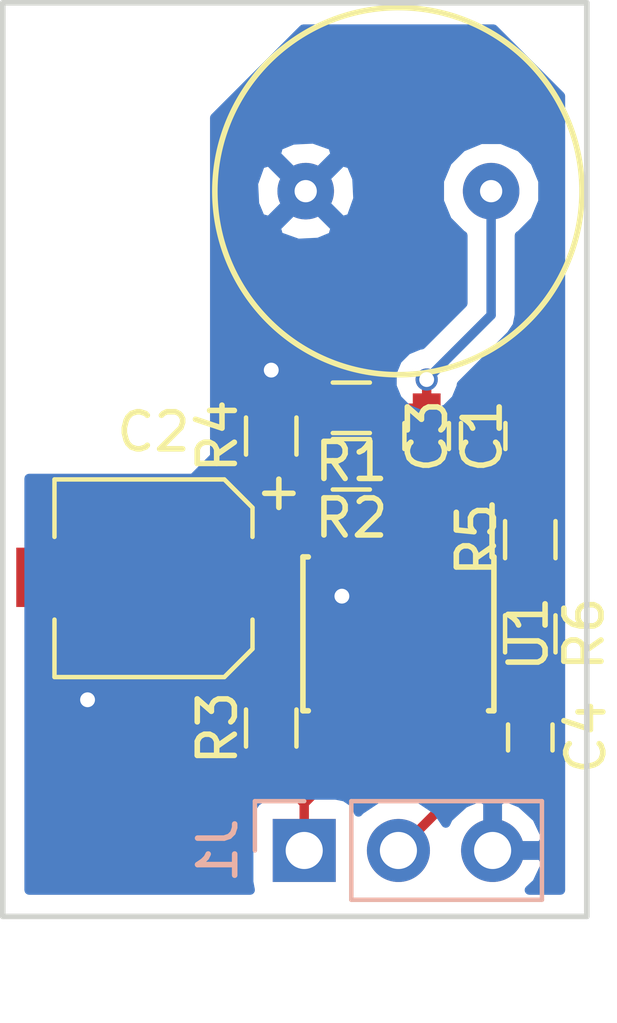
<source format=kicad_pcb>
(kicad_pcb (version 4) (host pcbnew 4.0.7)

  (general
    (links 21)
    (no_connects 1)
    (area 138.100999 78.664999 153.999001 103.453001)
    (thickness 1.6)
    (drawings 4)
    (tracks 56)
    (zones 0)
    (modules 13)
    (nets 10)
  )

  (page A4)
  (layers
    (0 F.Cu signal)
    (31 B.Cu signal)
    (32 B.Adhes user)
    (33 F.Adhes user)
    (34 B.Paste user)
    (35 F.Paste user)
    (36 B.SilkS user)
    (37 F.SilkS user)
    (38 B.Mask user)
    (39 F.Mask user)
    (40 Dwgs.User user)
    (41 Cmts.User user)
    (42 Eco1.User user)
    (43 Eco2.User user)
    (44 Edge.Cuts user)
    (45 Margin user)
    (46 B.CrtYd user)
    (47 F.CrtYd user)
    (48 B.Fab user)
    (49 F.Fab user)
  )

  (setup
    (last_trace_width 0.254)
    (trace_clearance 0.2)
    (zone_clearance 0.508)
    (zone_45_only no)
    (trace_min 0.2)
    (segment_width 0.2)
    (edge_width 0.15)
    (via_size 0.6)
    (via_drill 0.4)
    (via_min_size 0.4)
    (via_min_drill 0.3)
    (uvia_size 0.3)
    (uvia_drill 0.1)
    (uvias_allowed no)
    (uvia_min_size 0.2)
    (uvia_min_drill 0.1)
    (pcb_text_width 0.3)
    (pcb_text_size 1.5 1.5)
    (mod_edge_width 0.15)
    (mod_text_size 1 1)
    (mod_text_width 0.15)
    (pad_size 1.524 1.524)
    (pad_drill 0.762)
    (pad_to_mask_clearance 0.2)
    (aux_axis_origin 0 0)
    (visible_elements 7FFEFFFF)
    (pcbplotparams
      (layerselection 0x00030_80000001)
      (usegerberextensions false)
      (excludeedgelayer true)
      (linewidth 0.100000)
      (plotframeref false)
      (viasonmask false)
      (mode 1)
      (useauxorigin false)
      (hpglpennumber 1)
      (hpglpenspeed 20)
      (hpglpendiameter 15)
      (hpglpenoverlay 2)
      (psnegative false)
      (psa4output false)
      (plotreference true)
      (plotvalue true)
      (plotinvisibletext false)
      (padsonsilk false)
      (subtractmaskfromsilk false)
      (outputformat 1)
      (mirror false)
      (drillshape 1)
      (scaleselection 1)
      (outputdirectory ""))
  )

  (net 0 "")
  (net 1 "Net-(C1-Pad2)")
  (net 2 "Net-(C1-Pad1)")
  (net 3 "Net-(C2-Pad1)")
  (net 4 GND)
  (net 5 "Net-(C3-Pad1)")
  (net 6 "Net-(C4-Pad1)")
  (net 7 VCC)
  (net 8 "Net-(R5-Pad1)")
  (net 9 /mic_preamp_a/SignalOut)

  (net_class Default "This is the default net class."
    (clearance 0.2)
    (trace_width 0.254)
    (via_dia 0.6)
    (via_drill 0.4)
    (uvia_dia 0.3)
    (uvia_drill 0.1)
    (add_net /mic_preamp_a/SignalOut)
    (add_net GND)
    (add_net "Net-(C1-Pad1)")
    (add_net "Net-(C1-Pad2)")
    (add_net "Net-(C2-Pad1)")
    (add_net "Net-(C3-Pad1)")
    (add_net "Net-(C4-Pad1)")
    (add_net "Net-(R5-Pad1)")
    (add_net VCC)
  )

  (module Capacitors_SMD:CP_Elec_5x5.3 (layer F.Cu) (tedit 58AA8A8F) (tstamp 5A575DF6)
    (at 142.24 94.234 180)
    (descr "SMT capacitor, aluminium electrolytic, 5x5.3")
    (path /5A5758E8/5A575A2E)
    (attr smd)
    (fp_text reference C2 (at 0 3.92 180) (layer F.SilkS)
      (effects (font (size 1 1) (thickness 0.15)))
    )
    (fp_text value 10u (at 0 -3.92 180) (layer F.Fab)
      (effects (font (size 1 1) (thickness 0.15)))
    )
    (fp_circle (center 0 0) (end 0.3 2.4) (layer F.Fab) (width 0.1))
    (fp_text user + (at -1.37 -0.08 180) (layer F.Fab)
      (effects (font (size 1 1) (thickness 0.15)))
    )
    (fp_text user + (at -3.38 2.34 180) (layer F.SilkS)
      (effects (font (size 1 1) (thickness 0.15)))
    )
    (fp_text user %R (at 0 3.92 180) (layer F.Fab)
      (effects (font (size 1 1) (thickness 0.15)))
    )
    (fp_line (start 2.51 2.49) (end 2.51 -2.54) (layer F.Fab) (width 0.1))
    (fp_line (start -1.84 2.49) (end 2.51 2.49) (layer F.Fab) (width 0.1))
    (fp_line (start -2.51 1.82) (end -1.84 2.49) (layer F.Fab) (width 0.1))
    (fp_line (start -2.51 -1.87) (end -2.51 1.82) (layer F.Fab) (width 0.1))
    (fp_line (start -1.84 -2.54) (end -2.51 -1.87) (layer F.Fab) (width 0.1))
    (fp_line (start 2.51 -2.54) (end -1.84 -2.54) (layer F.Fab) (width 0.1))
    (fp_line (start 2.67 -2.69) (end 2.67 -1.14) (layer F.SilkS) (width 0.12))
    (fp_line (start 2.67 2.64) (end 2.67 1.09) (layer F.SilkS) (width 0.12))
    (fp_line (start -2.67 1.88) (end -2.67 1.09) (layer F.SilkS) (width 0.12))
    (fp_line (start -2.67 -1.93) (end -2.67 -1.14) (layer F.SilkS) (width 0.12))
    (fp_line (start 2.67 -2.69) (end -1.91 -2.69) (layer F.SilkS) (width 0.12))
    (fp_line (start -1.91 -2.69) (end -2.67 -1.93) (layer F.SilkS) (width 0.12))
    (fp_line (start -2.67 1.88) (end -1.91 2.64) (layer F.SilkS) (width 0.12))
    (fp_line (start -1.91 2.64) (end 2.67 2.64) (layer F.SilkS) (width 0.12))
    (fp_line (start -3.95 -2.79) (end 3.95 -2.79) (layer F.CrtYd) (width 0.05))
    (fp_line (start -3.95 -2.79) (end -3.95 2.74) (layer F.CrtYd) (width 0.05))
    (fp_line (start 3.95 2.74) (end 3.95 -2.79) (layer F.CrtYd) (width 0.05))
    (fp_line (start 3.95 2.74) (end -3.95 2.74) (layer F.CrtYd) (width 0.05))
    (pad 1 smd rect (at -2.2 0) (size 3 1.6) (layers F.Cu F.Paste F.Mask)
      (net 3 "Net-(C2-Pad1)"))
    (pad 2 smd rect (at 2.2 0) (size 3 1.6) (layers F.Cu F.Paste F.Mask)
      (net 4 GND))
    (model Capacitors_SMD.3dshapes/CP_Elec_5x5.3.wrl
      (at (xyz 0 0 0))
      (scale (xyz 1 1 1))
      (rotate (xyz 0 0 180))
    )
  )

  (module Capacitors_SMD:C_0603 (layer F.Cu) (tedit 59958EE7) (tstamp 5A575DF0)
    (at 149.606 90.424 270)
    (descr "Capacitor SMD 0603, reflow soldering, AVX (see smccp.pdf)")
    (tags "capacitor 0603")
    (path /5A5758E8/5A575A2B)
    (attr smd)
    (fp_text reference C1 (at 0 -1.5 270) (layer F.SilkS)
      (effects (font (size 1 1) (thickness 0.15)))
    )
    (fp_text value 10n (at 0 1.5 270) (layer F.Fab)
      (effects (font (size 1 1) (thickness 0.15)))
    )
    (fp_line (start 1.4 0.65) (end -1.4 0.65) (layer F.CrtYd) (width 0.05))
    (fp_line (start 1.4 0.65) (end 1.4 -0.65) (layer F.CrtYd) (width 0.05))
    (fp_line (start -1.4 -0.65) (end -1.4 0.65) (layer F.CrtYd) (width 0.05))
    (fp_line (start -1.4 -0.65) (end 1.4 -0.65) (layer F.CrtYd) (width 0.05))
    (fp_line (start 0.35 0.6) (end -0.35 0.6) (layer F.SilkS) (width 0.12))
    (fp_line (start -0.35 -0.6) (end 0.35 -0.6) (layer F.SilkS) (width 0.12))
    (fp_line (start -0.8 -0.4) (end 0.8 -0.4) (layer F.Fab) (width 0.1))
    (fp_line (start 0.8 -0.4) (end 0.8 0.4) (layer F.Fab) (width 0.1))
    (fp_line (start 0.8 0.4) (end -0.8 0.4) (layer F.Fab) (width 0.1))
    (fp_line (start -0.8 0.4) (end -0.8 -0.4) (layer F.Fab) (width 0.1))
    (fp_text user %R (at 0 0 270) (layer F.Fab)
      (effects (font (size 0.3 0.3) (thickness 0.075)))
    )
    (pad 2 smd rect (at 0.75 0 270) (size 0.8 0.75) (layers F.Cu F.Paste F.Mask)
      (net 1 "Net-(C1-Pad2)"))
    (pad 1 smd rect (at -0.75 0 270) (size 0.8 0.75) (layers F.Cu F.Paste F.Mask)
      (net 2 "Net-(C1-Pad1)"))
    (model Capacitors_SMD.3dshapes/C_0603.wrl
      (at (xyz 0 0 0))
      (scale (xyz 1 1 1))
      (rotate (xyz 0 0 0))
    )
  )

  (module Capacitors_SMD:C_0603 (layer F.Cu) (tedit 59958EE7) (tstamp 5A575DFC)
    (at 151.13 90.424 90)
    (descr "Capacitor SMD 0603, reflow soldering, AVX (see smccp.pdf)")
    (tags "capacitor 0603")
    (path /5A5758E8/5A575A39)
    (attr smd)
    (fp_text reference C3 (at 0 -1.5 90) (layer F.SilkS)
      (effects (font (size 1 1) (thickness 0.15)))
    )
    (fp_text value 10n (at 0 1.5 90) (layer F.Fab)
      (effects (font (size 1 1) (thickness 0.15)))
    )
    (fp_line (start 1.4 0.65) (end -1.4 0.65) (layer F.CrtYd) (width 0.05))
    (fp_line (start 1.4 0.65) (end 1.4 -0.65) (layer F.CrtYd) (width 0.05))
    (fp_line (start -1.4 -0.65) (end -1.4 0.65) (layer F.CrtYd) (width 0.05))
    (fp_line (start -1.4 -0.65) (end 1.4 -0.65) (layer F.CrtYd) (width 0.05))
    (fp_line (start 0.35 0.6) (end -0.35 0.6) (layer F.SilkS) (width 0.12))
    (fp_line (start -0.35 -0.6) (end 0.35 -0.6) (layer F.SilkS) (width 0.12))
    (fp_line (start -0.8 -0.4) (end 0.8 -0.4) (layer F.Fab) (width 0.1))
    (fp_line (start 0.8 -0.4) (end 0.8 0.4) (layer F.Fab) (width 0.1))
    (fp_line (start 0.8 0.4) (end -0.8 0.4) (layer F.Fab) (width 0.1))
    (fp_line (start -0.8 0.4) (end -0.8 -0.4) (layer F.Fab) (width 0.1))
    (fp_text user %R (at 0 0 90) (layer F.Fab)
      (effects (font (size 0.3 0.3) (thickness 0.075)))
    )
    (pad 2 smd rect (at 0.75 0 90) (size 0.8 0.75) (layers F.Cu F.Paste F.Mask)
      (net 4 GND))
    (pad 1 smd rect (at -0.75 0 90) (size 0.8 0.75) (layers F.Cu F.Paste F.Mask)
      (net 5 "Net-(C3-Pad1)"))
    (model Capacitors_SMD.3dshapes/C_0603.wrl
      (at (xyz 0 0 0))
      (scale (xyz 1 1 1))
      (rotate (xyz 0 0 0))
    )
  )

  (module Capacitors_SMD:C_0603 (layer F.Cu) (tedit 59958EE7) (tstamp 5A575E02)
    (at 152.4 98.552 270)
    (descr "Capacitor SMD 0603, reflow soldering, AVX (see smccp.pdf)")
    (tags "capacitor 0603")
    (path /5A5758E8/5A575A3A)
    (attr smd)
    (fp_text reference C4 (at 0 -1.5 270) (layer F.SilkS)
      (effects (font (size 1 1) (thickness 0.15)))
    )
    (fp_text value 1000p (at 0 1.5 270) (layer F.Fab)
      (effects (font (size 1 1) (thickness 0.15)))
    )
    (fp_line (start 1.4 0.65) (end -1.4 0.65) (layer F.CrtYd) (width 0.05))
    (fp_line (start 1.4 0.65) (end 1.4 -0.65) (layer F.CrtYd) (width 0.05))
    (fp_line (start -1.4 -0.65) (end -1.4 0.65) (layer F.CrtYd) (width 0.05))
    (fp_line (start -1.4 -0.65) (end 1.4 -0.65) (layer F.CrtYd) (width 0.05))
    (fp_line (start 0.35 0.6) (end -0.35 0.6) (layer F.SilkS) (width 0.12))
    (fp_line (start -0.35 -0.6) (end 0.35 -0.6) (layer F.SilkS) (width 0.12))
    (fp_line (start -0.8 -0.4) (end 0.8 -0.4) (layer F.Fab) (width 0.1))
    (fp_line (start 0.8 -0.4) (end 0.8 0.4) (layer F.Fab) (width 0.1))
    (fp_line (start 0.8 0.4) (end -0.8 0.4) (layer F.Fab) (width 0.1))
    (fp_line (start -0.8 0.4) (end -0.8 -0.4) (layer F.Fab) (width 0.1))
    (fp_text user %R (at 0 0 270) (layer F.Fab)
      (effects (font (size 0.3 0.3) (thickness 0.075)))
    )
    (pad 2 smd rect (at 0.75 0 270) (size 0.8 0.75) (layers F.Cu F.Paste F.Mask)
      (net 9 /mic_preamp_a/SignalOut))
    (pad 1 smd rect (at -0.75 0 270) (size 0.8 0.75) (layers F.Cu F.Paste F.Mask)
      (net 6 "Net-(C4-Pad1)"))
    (model Capacitors_SMD.3dshapes/C_0603.wrl
      (at (xyz 0 0 0))
      (scale (xyz 1 1 1))
      (rotate (xyz 0 0 0))
    )
  )

  (module Resistors_SMD:R_0603 (layer F.Cu) (tedit 58E0A804) (tstamp 5A575E0E)
    (at 147.574 89.662 180)
    (descr "Resistor SMD 0603, reflow soldering, Vishay (see dcrcw.pdf)")
    (tags "resistor 0603")
    (path /5A5758E8/5A575A29)
    (attr smd)
    (fp_text reference R1 (at 0 -1.45 180) (layer F.SilkS)
      (effects (font (size 1 1) (thickness 0.15)))
    )
    (fp_text value 3k9 (at 0 1.5 180) (layer F.Fab)
      (effects (font (size 1 1) (thickness 0.15)))
    )
    (fp_text user %R (at 0 0 180) (layer F.Fab)
      (effects (font (size 0.4 0.4) (thickness 0.075)))
    )
    (fp_line (start -0.8 0.4) (end -0.8 -0.4) (layer F.Fab) (width 0.1))
    (fp_line (start 0.8 0.4) (end -0.8 0.4) (layer F.Fab) (width 0.1))
    (fp_line (start 0.8 -0.4) (end 0.8 0.4) (layer F.Fab) (width 0.1))
    (fp_line (start -0.8 -0.4) (end 0.8 -0.4) (layer F.Fab) (width 0.1))
    (fp_line (start 0.5 0.68) (end -0.5 0.68) (layer F.SilkS) (width 0.12))
    (fp_line (start -0.5 -0.68) (end 0.5 -0.68) (layer F.SilkS) (width 0.12))
    (fp_line (start -1.25 -0.7) (end 1.25 -0.7) (layer F.CrtYd) (width 0.05))
    (fp_line (start -1.25 -0.7) (end -1.25 0.7) (layer F.CrtYd) (width 0.05))
    (fp_line (start 1.25 0.7) (end 1.25 -0.7) (layer F.CrtYd) (width 0.05))
    (fp_line (start 1.25 0.7) (end -1.25 0.7) (layer F.CrtYd) (width 0.05))
    (pad 1 smd rect (at -0.75 0 180) (size 0.5 0.9) (layers F.Cu F.Paste F.Mask)
      (net 2 "Net-(C1-Pad1)"))
    (pad 2 smd rect (at 0.75 0 180) (size 0.5 0.9) (layers F.Cu F.Paste F.Mask)
      (net 4 GND))
    (model ${KISYS3DMOD}/Resistors_SMD.3dshapes/R_0603.wrl
      (at (xyz 0 0 0))
      (scale (xyz 1 1 1))
      (rotate (xyz 0 0 0))
    )
  )

  (module Resistors_SMD:R_0603 (layer F.Cu) (tedit 58E0A804) (tstamp 5A575E14)
    (at 147.574 91.186 180)
    (descr "Resistor SMD 0603, reflow soldering, Vishay (see dcrcw.pdf)")
    (tags "resistor 0603")
    (path /5A5758E8/5A575A2C)
    (attr smd)
    (fp_text reference R2 (at 0 -1.45 180) (layer F.SilkS)
      (effects (font (size 1 1) (thickness 0.15)))
    )
    (fp_text value 100k (at 0 1.5 180) (layer F.Fab)
      (effects (font (size 1 1) (thickness 0.15)))
    )
    (fp_text user %R (at 0 0 180) (layer F.Fab)
      (effects (font (size 0.4 0.4) (thickness 0.075)))
    )
    (fp_line (start -0.8 0.4) (end -0.8 -0.4) (layer F.Fab) (width 0.1))
    (fp_line (start 0.8 0.4) (end -0.8 0.4) (layer F.Fab) (width 0.1))
    (fp_line (start 0.8 -0.4) (end 0.8 0.4) (layer F.Fab) (width 0.1))
    (fp_line (start -0.8 -0.4) (end 0.8 -0.4) (layer F.Fab) (width 0.1))
    (fp_line (start 0.5 0.68) (end -0.5 0.68) (layer F.SilkS) (width 0.12))
    (fp_line (start -0.5 -0.68) (end 0.5 -0.68) (layer F.SilkS) (width 0.12))
    (fp_line (start -1.25 -0.7) (end 1.25 -0.7) (layer F.CrtYd) (width 0.05))
    (fp_line (start -1.25 -0.7) (end -1.25 0.7) (layer F.CrtYd) (width 0.05))
    (fp_line (start 1.25 0.7) (end 1.25 -0.7) (layer F.CrtYd) (width 0.05))
    (fp_line (start 1.25 0.7) (end -1.25 0.7) (layer F.CrtYd) (width 0.05))
    (pad 1 smd rect (at -0.75 0 180) (size 0.5 0.9) (layers F.Cu F.Paste F.Mask)
      (net 1 "Net-(C1-Pad2)"))
    (pad 2 smd rect (at 0.75 0 180) (size 0.5 0.9) (layers F.Cu F.Paste F.Mask)
      (net 3 "Net-(C2-Pad1)"))
    (model ${KISYS3DMOD}/Resistors_SMD.3dshapes/R_0603.wrl
      (at (xyz 0 0 0))
      (scale (xyz 1 1 1))
      (rotate (xyz 0 0 0))
    )
  )

  (module Resistors_SMD:R_0603 (layer F.Cu) (tedit 58E0A804) (tstamp 5A575E1A)
    (at 145.415 98.298 90)
    (descr "Resistor SMD 0603, reflow soldering, Vishay (see dcrcw.pdf)")
    (tags "resistor 0603")
    (path /5A5758E8/5A575A2F)
    (attr smd)
    (fp_text reference R3 (at 0 -1.45 90) (layer F.SilkS)
      (effects (font (size 1 1) (thickness 0.15)))
    )
    (fp_text value 100k (at 0 1.5 90) (layer F.Fab)
      (effects (font (size 1 1) (thickness 0.15)))
    )
    (fp_text user %R (at 0 0 90) (layer F.Fab)
      (effects (font (size 0.4 0.4) (thickness 0.075)))
    )
    (fp_line (start -0.8 0.4) (end -0.8 -0.4) (layer F.Fab) (width 0.1))
    (fp_line (start 0.8 0.4) (end -0.8 0.4) (layer F.Fab) (width 0.1))
    (fp_line (start 0.8 -0.4) (end 0.8 0.4) (layer F.Fab) (width 0.1))
    (fp_line (start -0.8 -0.4) (end 0.8 -0.4) (layer F.Fab) (width 0.1))
    (fp_line (start 0.5 0.68) (end -0.5 0.68) (layer F.SilkS) (width 0.12))
    (fp_line (start -0.5 -0.68) (end 0.5 -0.68) (layer F.SilkS) (width 0.12))
    (fp_line (start -1.25 -0.7) (end 1.25 -0.7) (layer F.CrtYd) (width 0.05))
    (fp_line (start -1.25 -0.7) (end -1.25 0.7) (layer F.CrtYd) (width 0.05))
    (fp_line (start 1.25 0.7) (end 1.25 -0.7) (layer F.CrtYd) (width 0.05))
    (fp_line (start 1.25 0.7) (end -1.25 0.7) (layer F.CrtYd) (width 0.05))
    (pad 1 smd rect (at -0.75 0 90) (size 0.5 0.9) (layers F.Cu F.Paste F.Mask)
      (net 7 VCC))
    (pad 2 smd rect (at 0.75 0 90) (size 0.5 0.9) (layers F.Cu F.Paste F.Mask)
      (net 3 "Net-(C2-Pad1)"))
    (model ${KISYS3DMOD}/Resistors_SMD.3dshapes/R_0603.wrl
      (at (xyz 0 0 0))
      (scale (xyz 1 1 1))
      (rotate (xyz 0 0 0))
    )
  )

  (module Resistors_SMD:R_0603 (layer F.Cu) (tedit 58E0A804) (tstamp 5A575E20)
    (at 145.415 90.424 90)
    (descr "Resistor SMD 0603, reflow soldering, Vishay (see dcrcw.pdf)")
    (tags "resistor 0603")
    (path /5A5758E8/5A575A2D)
    (attr smd)
    (fp_text reference R4 (at 0 -1.45 90) (layer F.SilkS)
      (effects (font (size 1 1) (thickness 0.15)))
    )
    (fp_text value 100k (at 0 1.5 90) (layer F.Fab)
      (effects (font (size 1 1) (thickness 0.15)))
    )
    (fp_text user %R (at 0 0 90) (layer F.Fab)
      (effects (font (size 0.4 0.4) (thickness 0.075)))
    )
    (fp_line (start -0.8 0.4) (end -0.8 -0.4) (layer F.Fab) (width 0.1))
    (fp_line (start 0.8 0.4) (end -0.8 0.4) (layer F.Fab) (width 0.1))
    (fp_line (start 0.8 -0.4) (end 0.8 0.4) (layer F.Fab) (width 0.1))
    (fp_line (start -0.8 -0.4) (end 0.8 -0.4) (layer F.Fab) (width 0.1))
    (fp_line (start 0.5 0.68) (end -0.5 0.68) (layer F.SilkS) (width 0.12))
    (fp_line (start -0.5 -0.68) (end 0.5 -0.68) (layer F.SilkS) (width 0.12))
    (fp_line (start -1.25 -0.7) (end 1.25 -0.7) (layer F.CrtYd) (width 0.05))
    (fp_line (start -1.25 -0.7) (end -1.25 0.7) (layer F.CrtYd) (width 0.05))
    (fp_line (start 1.25 0.7) (end 1.25 -0.7) (layer F.CrtYd) (width 0.05))
    (fp_line (start 1.25 0.7) (end -1.25 0.7) (layer F.CrtYd) (width 0.05))
    (pad 1 smd rect (at -0.75 0 90) (size 0.5 0.9) (layers F.Cu F.Paste F.Mask)
      (net 3 "Net-(C2-Pad1)"))
    (pad 2 smd rect (at 0.75 0 90) (size 0.5 0.9) (layers F.Cu F.Paste F.Mask)
      (net 4 GND))
    (model ${KISYS3DMOD}/Resistors_SMD.3dshapes/R_0603.wrl
      (at (xyz 0 0 0))
      (scale (xyz 1 1 1))
      (rotate (xyz 0 0 0))
    )
  )

  (module Resistors_SMD:R_0603 (layer F.Cu) (tedit 58E0A804) (tstamp 5A575E26)
    (at 152.4 93.218 90)
    (descr "Resistor SMD 0603, reflow soldering, Vishay (see dcrcw.pdf)")
    (tags "resistor 0603")
    (path /5A5758E8/5A575A37)
    (attr smd)
    (fp_text reference R5 (at 0 -1.45 90) (layer F.SilkS)
      (effects (font (size 1 1) (thickness 0.15)))
    )
    (fp_text value 1k (at 0 1.5 90) (layer F.Fab)
      (effects (font (size 1 1) (thickness 0.15)))
    )
    (fp_text user %R (at 0 0 90) (layer F.Fab)
      (effects (font (size 0.4 0.4) (thickness 0.075)))
    )
    (fp_line (start -0.8 0.4) (end -0.8 -0.4) (layer F.Fab) (width 0.1))
    (fp_line (start 0.8 0.4) (end -0.8 0.4) (layer F.Fab) (width 0.1))
    (fp_line (start 0.8 -0.4) (end 0.8 0.4) (layer F.Fab) (width 0.1))
    (fp_line (start -0.8 -0.4) (end 0.8 -0.4) (layer F.Fab) (width 0.1))
    (fp_line (start 0.5 0.68) (end -0.5 0.68) (layer F.SilkS) (width 0.12))
    (fp_line (start -0.5 -0.68) (end 0.5 -0.68) (layer F.SilkS) (width 0.12))
    (fp_line (start -1.25 -0.7) (end 1.25 -0.7) (layer F.CrtYd) (width 0.05))
    (fp_line (start -1.25 -0.7) (end -1.25 0.7) (layer F.CrtYd) (width 0.05))
    (fp_line (start 1.25 0.7) (end 1.25 -0.7) (layer F.CrtYd) (width 0.05))
    (fp_line (start 1.25 0.7) (end -1.25 0.7) (layer F.CrtYd) (width 0.05))
    (pad 1 smd rect (at -0.75 0 90) (size 0.5 0.9) (layers F.Cu F.Paste F.Mask)
      (net 8 "Net-(R5-Pad1)"))
    (pad 2 smd rect (at 0.75 0 90) (size 0.5 0.9) (layers F.Cu F.Paste F.Mask)
      (net 5 "Net-(C3-Pad1)"))
    (model ${KISYS3DMOD}/Resistors_SMD.3dshapes/R_0603.wrl
      (at (xyz 0 0 0))
      (scale (xyz 1 1 1))
      (rotate (xyz 0 0 0))
    )
  )

  (module Resistors_SMD:R_0603 (layer F.Cu) (tedit 58E0A804) (tstamp 5A575E2C)
    (at 152.4 95.758 270)
    (descr "Resistor SMD 0603, reflow soldering, Vishay (see dcrcw.pdf)")
    (tags "resistor 0603")
    (path /5A5758E8/5A575A36)
    (attr smd)
    (fp_text reference R6 (at 0 -1.45 270) (layer F.SilkS)
      (effects (font (size 1 1) (thickness 0.15)))
    )
    (fp_text value 100k (at 0 1.5 270) (layer F.Fab)
      (effects (font (size 1 1) (thickness 0.15)))
    )
    (fp_text user %R (at 0 0 270) (layer F.Fab)
      (effects (font (size 0.4 0.4) (thickness 0.075)))
    )
    (fp_line (start -0.8 0.4) (end -0.8 -0.4) (layer F.Fab) (width 0.1))
    (fp_line (start 0.8 0.4) (end -0.8 0.4) (layer F.Fab) (width 0.1))
    (fp_line (start 0.8 -0.4) (end 0.8 0.4) (layer F.Fab) (width 0.1))
    (fp_line (start -0.8 -0.4) (end 0.8 -0.4) (layer F.Fab) (width 0.1))
    (fp_line (start 0.5 0.68) (end -0.5 0.68) (layer F.SilkS) (width 0.12))
    (fp_line (start -0.5 -0.68) (end 0.5 -0.68) (layer F.SilkS) (width 0.12))
    (fp_line (start -1.25 -0.7) (end 1.25 -0.7) (layer F.CrtYd) (width 0.05))
    (fp_line (start -1.25 -0.7) (end -1.25 0.7) (layer F.CrtYd) (width 0.05))
    (fp_line (start 1.25 0.7) (end 1.25 -0.7) (layer F.CrtYd) (width 0.05))
    (fp_line (start 1.25 0.7) (end -1.25 0.7) (layer F.CrtYd) (width 0.05))
    (pad 1 smd rect (at -0.75 0 270) (size 0.5 0.9) (layers F.Cu F.Paste F.Mask)
      (net 8 "Net-(R5-Pad1)"))
    (pad 2 smd rect (at 0.75 0 270) (size 0.5 0.9) (layers F.Cu F.Paste F.Mask)
      (net 6 "Net-(C4-Pad1)"))
    (model ${KISYS3DMOD}/Resistors_SMD.3dshapes/R_0603.wrl
      (at (xyz 0 0 0))
      (scale (xyz 1 1 1))
      (rotate (xyz 0 0 0))
    )
  )

  (module Housings_SOIC:SOIC-8_3.9x4.9mm_Pitch1.27mm (layer F.Cu) (tedit 58CD0CDA) (tstamp 5A575E38)
    (at 148.844 95.758 270)
    (descr "8-Lead Plastic Small Outline (SN) - Narrow, 3.90 mm Body [SOIC] (see Microchip Packaging Specification 00000049BS.pdf)")
    (tags "SOIC 1.27")
    (path /5A5758E8/5A575A33)
    (attr smd)
    (fp_text reference U1 (at 0 -3.5 270) (layer F.SilkS)
      (effects (font (size 1 1) (thickness 0.15)))
    )
    (fp_text value MCP6L91RT-ESN (at 0 3.5 270) (layer F.Fab)
      (effects (font (size 1 1) (thickness 0.15)))
    )
    (fp_text user %R (at 0 0 270) (layer F.Fab)
      (effects (font (size 1 1) (thickness 0.15)))
    )
    (fp_line (start -0.95 -2.45) (end 1.95 -2.45) (layer F.Fab) (width 0.1))
    (fp_line (start 1.95 -2.45) (end 1.95 2.45) (layer F.Fab) (width 0.1))
    (fp_line (start 1.95 2.45) (end -1.95 2.45) (layer F.Fab) (width 0.1))
    (fp_line (start -1.95 2.45) (end -1.95 -1.45) (layer F.Fab) (width 0.1))
    (fp_line (start -1.95 -1.45) (end -0.95 -2.45) (layer F.Fab) (width 0.1))
    (fp_line (start -3.73 -2.7) (end -3.73 2.7) (layer F.CrtYd) (width 0.05))
    (fp_line (start 3.73 -2.7) (end 3.73 2.7) (layer F.CrtYd) (width 0.05))
    (fp_line (start -3.73 -2.7) (end 3.73 -2.7) (layer F.CrtYd) (width 0.05))
    (fp_line (start -3.73 2.7) (end 3.73 2.7) (layer F.CrtYd) (width 0.05))
    (fp_line (start -2.075 -2.575) (end -2.075 -2.525) (layer F.SilkS) (width 0.15))
    (fp_line (start 2.075 -2.575) (end 2.075 -2.43) (layer F.SilkS) (width 0.15))
    (fp_line (start 2.075 2.575) (end 2.075 2.43) (layer F.SilkS) (width 0.15))
    (fp_line (start -2.075 2.575) (end -2.075 2.43) (layer F.SilkS) (width 0.15))
    (fp_line (start -2.075 -2.575) (end 2.075 -2.575) (layer F.SilkS) (width 0.15))
    (fp_line (start -2.075 2.575) (end 2.075 2.575) (layer F.SilkS) (width 0.15))
    (fp_line (start -2.075 -2.525) (end -3.475 -2.525) (layer F.SilkS) (width 0.15))
    (pad 1 smd rect (at -2.7 -1.905 270) (size 1.55 0.6) (layers F.Cu F.Paste F.Mask))
    (pad 2 smd rect (at -2.7 -0.635 270) (size 1.55 0.6) (layers F.Cu F.Paste F.Mask)
      (net 8 "Net-(R5-Pad1)"))
    (pad 3 smd rect (at -2.7 0.635 270) (size 1.55 0.6) (layers F.Cu F.Paste F.Mask)
      (net 1 "Net-(C1-Pad2)"))
    (pad 4 smd rect (at -2.7 1.905 270) (size 1.55 0.6) (layers F.Cu F.Paste F.Mask)
      (net 4 GND))
    (pad 5 smd rect (at 2.7 1.905 270) (size 1.55 0.6) (layers F.Cu F.Paste F.Mask))
    (pad 6 smd rect (at 2.7 0.635 270) (size 1.55 0.6) (layers F.Cu F.Paste F.Mask)
      (net 6 "Net-(C4-Pad1)"))
    (pad 7 smd rect (at 2.7 -0.635 270) (size 1.55 0.6) (layers F.Cu F.Paste F.Mask)
      (net 7 VCC))
    (pad 8 smd rect (at 2.7 -1.905 270) (size 1.55 0.6) (layers F.Cu F.Paste F.Mask))
    (model ${KISYS3DMOD}/Housings_SOIC.3dshapes/SOIC-8_3.9x4.9mm_Pitch1.27mm.wrl
      (at (xyz 0 0 0))
      (scale (xyz 1 1 1))
      (rotate (xyz 0 0 0))
    )
  )

  (module mpio:MA40S4S_straight (layer F.Cu) (tedit 5A575F93) (tstamp 5A5760CF)
    (at 148.844 83.82)
    (path /5A5758E8/5A575A27)
    (fp_text reference MK1 (at 0 0.5) (layer F.SilkS) hide
      (effects (font (size 1 1) (thickness 0.15)))
    )
    (fp_text value MA40S4S (at 0 -0.5) (layer F.Fab)
      (effects (font (size 1 1) (thickness 0.15)))
    )
    (fp_circle (center 0 0) (end 4.95 0) (layer F.SilkS) (width 0.15))
    (pad 1 thru_hole circle (at -2.5 0) (size 1.524 1.524) (drill 0.6) (layers *.Cu *.Mask)
      (net 4 GND))
    (pad 2 thru_hole circle (at 2.5 0) (size 1.524 1.524) (drill 0.6) (layers *.Cu *.Mask)
      (net 2 "Net-(C1-Pad1)"))
    (model ${KICADMPIO}/mpio.3dshapes/MA40S4S.wrl
      (at (xyz 0 0 0))
      (scale (xyz 0.3937007874015748 0.3937007874015748 0.3937007874015748))
      (rotate (xyz 0 0 0))
    )
  )

  (module Pin_Headers:Pin_Header_Straight_1x03_Pitch2.54mm (layer B.Cu) (tedit 59650532) (tstamp 5A58C990)
    (at 146.304 101.6 270)
    (descr "Through hole straight pin header, 1x03, 2.54mm pitch, single row")
    (tags "Through hole pin header THT 1x03 2.54mm single row")
    (path /5A58D02C)
    (fp_text reference J1 (at 0 2.33 270) (layer B.SilkS)
      (effects (font (size 1 1) (thickness 0.15)) (justify mirror))
    )
    (fp_text value Conn_01x03 (at 0 -7.41 270) (layer B.Fab)
      (effects (font (size 1 1) (thickness 0.15)) (justify mirror))
    )
    (fp_line (start -0.635 1.27) (end 1.27 1.27) (layer B.Fab) (width 0.1))
    (fp_line (start 1.27 1.27) (end 1.27 -6.35) (layer B.Fab) (width 0.1))
    (fp_line (start 1.27 -6.35) (end -1.27 -6.35) (layer B.Fab) (width 0.1))
    (fp_line (start -1.27 -6.35) (end -1.27 0.635) (layer B.Fab) (width 0.1))
    (fp_line (start -1.27 0.635) (end -0.635 1.27) (layer B.Fab) (width 0.1))
    (fp_line (start -1.33 -6.41) (end 1.33 -6.41) (layer B.SilkS) (width 0.12))
    (fp_line (start -1.33 -1.27) (end -1.33 -6.41) (layer B.SilkS) (width 0.12))
    (fp_line (start 1.33 -1.27) (end 1.33 -6.41) (layer B.SilkS) (width 0.12))
    (fp_line (start -1.33 -1.27) (end 1.33 -1.27) (layer B.SilkS) (width 0.12))
    (fp_line (start -1.33 0) (end -1.33 1.33) (layer B.SilkS) (width 0.12))
    (fp_line (start -1.33 1.33) (end 0 1.33) (layer B.SilkS) (width 0.12))
    (fp_line (start -1.8 1.8) (end -1.8 -6.85) (layer B.CrtYd) (width 0.05))
    (fp_line (start -1.8 -6.85) (end 1.8 -6.85) (layer B.CrtYd) (width 0.05))
    (fp_line (start 1.8 -6.85) (end 1.8 1.8) (layer B.CrtYd) (width 0.05))
    (fp_line (start 1.8 1.8) (end -1.8 1.8) (layer B.CrtYd) (width 0.05))
    (fp_text user %R (at 0 -2.54 540) (layer B.Fab)
      (effects (font (size 1 1) (thickness 0.15)) (justify mirror))
    )
    (pad 1 thru_hole rect (at 0 0 270) (size 1.7 1.7) (drill 1) (layers *.Cu *.Mask)
      (net 7 VCC))
    (pad 2 thru_hole oval (at 0 -2.54 270) (size 1.7 1.7) (drill 1) (layers *.Cu *.Mask)
      (net 9 /mic_preamp_a/SignalOut))
    (pad 3 thru_hole oval (at 0 -5.08 270) (size 1.7 1.7) (drill 1) (layers *.Cu *.Mask)
      (net 4 GND))
    (model ${KISYS3DMOD}/Pin_Headers.3dshapes/Pin_Header_Straight_1x03_Pitch2.54mm.wrl
      (at (xyz 0 0 0))
      (scale (xyz 1 1 1))
      (rotate (xyz 0 0 0))
    )
  )

  (gr_line (start 138.176 78.74) (end 138.176 103.378) (angle 90) (layer Edge.Cuts) (width 0.15))
  (gr_line (start 153.924 78.74) (end 138.176 78.74) (angle 90) (layer Edge.Cuts) (width 0.15))
  (gr_line (start 153.924 103.378) (end 153.924 78.74) (angle 90) (layer Edge.Cuts) (width 0.15))
  (gr_line (start 138.176 103.378) (end 153.924 103.378) (angle 90) (layer Edge.Cuts) (width 0.15))

  (segment (start 148.209 93.058) (end 148.209 91.301) (width 0.254) (layer F.Cu) (net 1) (status 10))
  (segment (start 148.209 91.301) (end 148.324 91.186) (width 0.254) (layer F.Cu) (net 1) (tstamp 5A576F44))
  (segment (start 149.606 91.174) (end 148.336 91.174) (width 0.254) (layer F.Cu) (net 1) (status 20))
  (segment (start 148.336 91.174) (end 148.324 91.186) (width 0.254) (layer F.Cu) (net 1) (tstamp 5A576BEB) (status 30))
  (segment (start 149.606 89.674) (end 149.606 89.154) (width 0.254) (layer F.Cu) (net 2))
  (segment (start 151.344 87.162) (end 151.344 83.82) (width 0.254) (layer B.Cu) (net 2) (tstamp 5A577179) (status 20))
  (segment (start 149.606 88.9) (end 151.344 87.162) (width 0.254) (layer B.Cu) (net 2) (tstamp 5A577178))
  (via (at 149.606 88.9) (size 0.6) (drill 0.4) (layers F.Cu B.Cu) (net 2))
  (segment (start 149.606 89.154) (end 149.606 88.9) (width 0.254) (layer F.Cu) (net 2) (tstamp 5A577168))
  (segment (start 149.606 89.674) (end 148.336 89.674) (width 0.254) (layer F.Cu) (net 2) (status 10))
  (segment (start 148.336 89.674) (end 148.324 89.662) (width 0.254) (layer F.Cu) (net 2) (tstamp 5A5769E3) (status 30))
  (segment (start 145.415 91.174) (end 145.415 93.472) (width 0.254) (layer F.Cu) (net 3))
  (segment (start 145.415 93.472) (end 144.653 94.234) (width 0.254) (layer F.Cu) (net 3) (tstamp 5A5772DB))
  (segment (start 144.653 94.234) (end 144.44 94.234) (width 0.254) (layer F.Cu) (net 3) (tstamp 5A5772DC))
  (segment (start 145.415 97.548) (end 145.415 94.996) (width 0.254) (layer F.Cu) (net 3))
  (segment (start 145.415 94.996) (end 144.653 94.234) (width 0.254) (layer F.Cu) (net 3) (tstamp 5A5772BF))
  (segment (start 144.653 94.234) (end 144.44 94.234) (width 0.254) (layer F.Cu) (net 3) (tstamp 5A5772C0))
  (segment (start 144.526 94.234) (end 144.44 94.234) (width 0.254) (layer F.Cu) (net 3) (tstamp 5A5771A0) (status 30))
  (segment (start 145.415 91.174) (end 146.812 91.174) (width 0.254) (layer F.Cu) (net 3) (status 10))
  (segment (start 146.812 91.174) (end 146.824 91.186) (width 0.254) (layer F.Cu) (net 3) (tstamp 5A57709F))
  (segment (start 140.04 94.234) (end 140.462 94.656) (width 0.254) (layer F.Cu) (net 4))
  (segment (start 140.462 94.656) (end 140.462 97.536) (width 0.254) (layer F.Cu) (net 4) (tstamp 5A577333))
  (segment (start 140.462 97.536) (end 140.97 97.536) (width 0.254) (layer B.Cu) (net 4) (tstamp 5A577337))
  (via (at 140.462 97.536) (size 0.6) (drill 0.4) (layers F.Cu B.Cu) (net 4))
  (segment (start 140.462 94.656) (end 140.462 94.996) (width 0.254) (layer F.Cu) (net 4) (tstamp 5A577318))
  (segment (start 146.939 93.058) (end 146.939 94.361) (width 0.254) (layer F.Cu) (net 4))
  (segment (start 147.32 94.742) (end 147.32 95.25) (width 0.254) (layer B.Cu) (net 4) (tstamp 5A5770BB))
  (via (at 147.32 94.742) (size 0.6) (drill 0.4) (layers F.Cu B.Cu) (net 4))
  (segment (start 146.939 94.361) (end 147.32 94.742) (width 0.254) (layer F.Cu) (net 4) (tstamp 5A5770B9))
  (segment (start 145.415 89.674) (end 145.415 88.646) (width 0.254) (layer F.Cu) (net 4) (status 10))
  (segment (start 145.415 88.646) (end 145.923 88.646) (width 0.254) (layer B.Cu) (net 4) (tstamp 5A5770B6))
  (via (at 145.415 88.646) (size 0.6) (drill 0.4) (layers F.Cu B.Cu) (net 4))
  (segment (start 145.415 89.674) (end 146.812 89.674) (width 0.254) (layer F.Cu) (net 4) (status 10))
  (segment (start 146.812 89.674) (end 146.824 89.662) (width 0.254) (layer F.Cu) (net 4) (tstamp 5A5770A5))
  (segment (start 152.4 92.468) (end 152.4 92.444) (width 0.254) (layer F.Cu) (net 5))
  (segment (start 152.4 92.444) (end 151.13 91.174) (width 0.254) (layer F.Cu) (net 5) (tstamp 5A576FF9))
  (segment (start 152.4 97.802) (end 152.4 96.508) (width 0.254) (layer F.Cu) (net 6))
  (segment (start 152.4 96.508) (end 149.11 96.508) (width 0.254) (layer F.Cu) (net 6))
  (segment (start 148.209 97.409) (end 148.209 98.458) (width 0.254) (layer F.Cu) (net 6) (tstamp 5A576F9F))
  (segment (start 149.11 96.508) (end 148.209 97.409) (width 0.254) (layer F.Cu) (net 6) (tstamp 5A576F9E))
  (segment (start 146.304 100.33) (end 145.796 99.822) (width 0.254) (layer F.Cu) (net 7))
  (segment (start 145.542 99.568) (end 145.542 99.175) (width 0.254) (layer F.Cu) (net 7) (tstamp 5A58C9E1))
  (segment (start 145.796 99.822) (end 145.542 99.568) (width 0.254) (layer F.Cu) (net 7) (tstamp 5A58C9E0))
  (segment (start 145.542 99.175) (end 145.415 99.048) (width 0.254) (layer F.Cu) (net 7) (tstamp 5A58C9ED))
  (segment (start 146.304 101.6) (end 146.304 100.33) (width 0.254) (layer F.Cu) (net 7))
  (segment (start 149.479 99.441) (end 149.479 98.458) (width 0.254) (layer F.Cu) (net 7) (tstamp 5A58C9DD))
  (segment (start 149.098 99.822) (end 149.479 99.441) (width 0.254) (layer F.Cu) (net 7) (tstamp 5A58C9DA))
  (segment (start 146.812 99.822) (end 149.098 99.822) (width 0.254) (layer F.Cu) (net 7) (tstamp 5A58C9D9))
  (segment (start 146.304 100.33) (end 146.812 99.822) (width 0.254) (layer F.Cu) (net 7) (tstamp 5A58C9D5))
  (segment (start 152.4 95.008) (end 152.4 93.968) (width 0.254) (layer F.Cu) (net 8))
  (segment (start 152.4 95.008) (end 150.38 95.008) (width 0.254) (layer F.Cu) (net 8))
  (segment (start 149.479 94.107) (end 149.479 93.058) (width 0.254) (layer F.Cu) (net 8) (tstamp 5A576F9B))
  (segment (start 150.38 95.008) (end 149.479 94.107) (width 0.254) (layer F.Cu) (net 8) (tstamp 5A576F9A))
  (segment (start 152.4 99.302) (end 151.626 100.076) (width 0.254) (layer F.Cu) (net 9))
  (segment (start 150.368 100.076) (end 148.844 101.6) (width 0.254) (layer F.Cu) (net 9) (tstamp 5A58C9FC))
  (segment (start 151.626 100.076) (end 150.368 100.076) (width 0.254) (layer F.Cu) (net 9) (tstamp 5A58C9F9))

  (zone (net 4) (net_name GND) (layer B.Cu) (tstamp 5A57735E) (hatch edge 0.508)
    (connect_pads (clearance 0.508))
    (min_thickness 0.254)
    (fill yes (arc_segments 16) (thermal_gap 0.508) (thermal_bridge_width 0.508))
    (polygon
      (pts
        (xy 153.924 81.788) (xy 153.924 102.87) (xy 153.416 103.378) (xy 138.938 103.378) (xy 138.176 102.616)
        (xy 138.176 91.948) (xy 138.684 91.44) (xy 143.256 91.44) (xy 143.764 90.932) (xy 143.764 81.788)
        (xy 146.812 78.74) (xy 150.876 78.74)
      )
    )
    (filled_polygon
      (pts
        (xy 153.214 81.257606) (xy 153.214 102.668) (xy 152.374382 102.668) (xy 152.579183 102.481358) (xy 152.825486 101.956892)
        (xy 152.704819 101.727) (xy 151.511 101.727) (xy 151.511 101.747) (xy 151.257 101.747) (xy 151.257 101.727)
        (xy 151.237 101.727) (xy 151.237 101.473) (xy 151.257 101.473) (xy 151.257 100.279845) (xy 151.511 100.279845)
        (xy 151.511 101.473) (xy 152.704819 101.473) (xy 152.825486 101.243108) (xy 152.579183 100.718642) (xy 152.150924 100.328355)
        (xy 151.74089 100.158524) (xy 151.511 100.279845) (xy 151.257 100.279845) (xy 151.02711 100.158524) (xy 150.617076 100.328355)
        (xy 150.188817 100.718642) (xy 150.121702 100.861553) (xy 149.894054 100.520853) (xy 149.412285 100.198946) (xy 148.844 100.085907)
        (xy 148.275715 100.198946) (xy 147.793946 100.520853) (xy 147.76615 100.562452) (xy 147.757162 100.514683) (xy 147.61809 100.298559)
        (xy 147.40589 100.153569) (xy 147.154 100.10256) (xy 145.454 100.10256) (xy 145.218683 100.146838) (xy 145.002559 100.28591)
        (xy 144.857569 100.49811) (xy 144.80656 100.75) (xy 144.80656 102.45) (xy 144.84758 102.668) (xy 138.886 102.668)
        (xy 138.886 91.567) (xy 143.256 91.567) (xy 143.30541 91.556994) (xy 143.345803 91.529803) (xy 143.853803 91.021803)
        (xy 143.881666 90.979789) (xy 143.891 90.932) (xy 143.891 89.085167) (xy 148.670838 89.085167) (xy 148.812883 89.428943)
        (xy 149.075673 89.692192) (xy 149.419201 89.834838) (xy 149.791167 89.835162) (xy 150.134943 89.693117) (xy 150.398192 89.430327)
        (xy 150.540838 89.086799) (xy 150.540876 89.042754) (xy 151.882815 87.700815) (xy 152.047996 87.453605) (xy 152.106 87.162)
        (xy 152.106 85.016705) (xy 152.134303 85.00501) (xy 152.527629 84.61237) (xy 152.740757 84.0991) (xy 152.741242 83.543339)
        (xy 152.52901 83.029697) (xy 152.13637 82.636371) (xy 151.6231 82.423243) (xy 151.067339 82.422758) (xy 150.553697 82.63499)
        (xy 150.160371 83.02763) (xy 149.947243 83.5409) (xy 149.946758 84.096661) (xy 150.15899 84.610303) (xy 150.55163 85.003629)
        (xy 150.582 85.01624) (xy 150.582 86.84637) (xy 149.463495 87.964875) (xy 149.420833 87.964838) (xy 149.077057 88.106883)
        (xy 148.813808 88.369673) (xy 148.671162 88.713201) (xy 148.670838 89.085167) (xy 143.891 89.085167) (xy 143.891 84.800213)
        (xy 145.543392 84.800213) (xy 145.612857 85.042397) (xy 146.136302 85.229144) (xy 146.691368 85.201362) (xy 147.075143 85.042397)
        (xy 147.144608 84.800213) (xy 146.344 83.999605) (xy 145.543392 84.800213) (xy 143.891 84.800213) (xy 143.891 83.612302)
        (xy 144.934856 83.612302) (xy 144.962638 84.167368) (xy 145.121603 84.551143) (xy 145.363787 84.620608) (xy 146.164395 83.82)
        (xy 146.523605 83.82) (xy 147.324213 84.620608) (xy 147.566397 84.551143) (xy 147.753144 84.027698) (xy 147.725362 83.472632)
        (xy 147.566397 83.088857) (xy 147.324213 83.019392) (xy 146.523605 83.82) (xy 146.164395 83.82) (xy 145.363787 83.019392)
        (xy 145.121603 83.088857) (xy 144.934856 83.612302) (xy 143.891 83.612302) (xy 143.891 82.839787) (xy 145.543392 82.839787)
        (xy 146.344 83.640395) (xy 147.144608 82.839787) (xy 147.075143 82.597603) (xy 146.551698 82.410856) (xy 145.996632 82.438638)
        (xy 145.612857 82.597603) (xy 145.543392 82.839787) (xy 143.891 82.839787) (xy 143.891 81.840606) (xy 146.281606 79.45)
        (xy 151.406394 79.45)
      )
    )
  )
)

</source>
